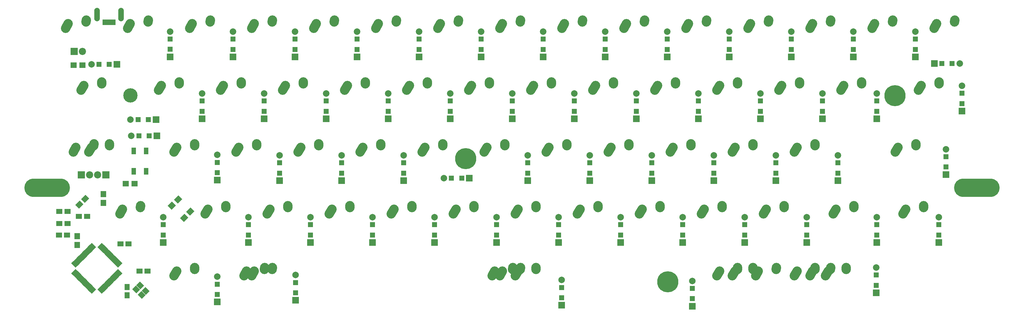
<source format=gbs>
G04 #@! TF.FileFunction,Soldermask,Bot*
%FSLAX46Y46*%
G04 Gerber Fmt 4.6, Leading zero omitted, Abs format (unit mm)*
G04 Created by KiCad (PCBNEW 4.0.5+dfsg1-4) date Mon May  8 00:20:08 2017*
%MOMM*%
%LPD*%
G01*
G04 APERTURE LIST*
%ADD10C,0.100000*%
%ADD11R,1.900000X1.650000*%
%ADD12R,1.650000X1.900000*%
%ADD13R,1.600000X1.600000*%
%ADD14R,2.000000X2.000000*%
%ADD15C,2.000000*%
%ADD16R,0.900000X1.800000*%
%ADD17O,1.700000X4.200000*%
%ADD18R,1.900000X1.700000*%
%ADD19R,1.700000X1.900000*%
%ADD20R,1.400000X2.100000*%
%ADD21C,2.900000*%
%ADD22O,14.000000X5.600000*%
%ADD23C,4.400000*%
%ADD24C,6.500000*%
%ADD25R,2.200000X2.200000*%
%ADD26C,2.200000*%
G04 APERTURE END LIST*
D10*
G36*
X83537958Y-170633437D02*
X84209709Y-171305188D01*
X82866206Y-172648691D01*
X82194455Y-171976940D01*
X83537958Y-170633437D01*
X83537958Y-170633437D01*
G37*
G36*
X84103643Y-171199123D02*
X84775394Y-171870874D01*
X83431891Y-173214377D01*
X82760140Y-172542626D01*
X84103643Y-171199123D01*
X84103643Y-171199123D01*
G37*
G36*
X84669328Y-171764808D02*
X85341079Y-172436559D01*
X83997576Y-173780062D01*
X83325825Y-173108311D01*
X84669328Y-171764808D01*
X84669328Y-171764808D01*
G37*
G36*
X85235014Y-172330493D02*
X85906765Y-173002244D01*
X84563262Y-174345747D01*
X83891511Y-173673996D01*
X85235014Y-172330493D01*
X85235014Y-172330493D01*
G37*
G36*
X85800699Y-172896179D02*
X86472450Y-173567930D01*
X85128947Y-174911433D01*
X84457196Y-174239682D01*
X85800699Y-172896179D01*
X85800699Y-172896179D01*
G37*
G36*
X86366385Y-173461864D02*
X87038136Y-174133615D01*
X85694633Y-175477118D01*
X85022882Y-174805367D01*
X86366385Y-173461864D01*
X86366385Y-173461864D01*
G37*
G36*
X86932070Y-174027550D02*
X87603821Y-174699301D01*
X86260318Y-176042804D01*
X85588567Y-175371053D01*
X86932070Y-174027550D01*
X86932070Y-174027550D01*
G37*
G36*
X87497756Y-174593235D02*
X88169507Y-175264986D01*
X86826004Y-176608489D01*
X86154253Y-175936738D01*
X87497756Y-174593235D01*
X87497756Y-174593235D01*
G37*
G36*
X88063441Y-175158921D02*
X88735192Y-175830672D01*
X87391689Y-177174175D01*
X86719938Y-176502424D01*
X88063441Y-175158921D01*
X88063441Y-175158921D01*
G37*
G36*
X88629126Y-175724606D02*
X89300877Y-176396357D01*
X87957374Y-177739860D01*
X87285623Y-177068109D01*
X88629126Y-175724606D01*
X88629126Y-175724606D01*
G37*
G36*
X89194812Y-176290291D02*
X89866563Y-176962042D01*
X88523060Y-178305545D01*
X87851309Y-177633794D01*
X89194812Y-176290291D01*
X89194812Y-176290291D01*
G37*
G36*
X89866563Y-180037958D02*
X89194812Y-180709709D01*
X87851309Y-179366206D01*
X88523060Y-178694455D01*
X89866563Y-180037958D01*
X89866563Y-180037958D01*
G37*
G36*
X89300877Y-180603643D02*
X88629126Y-181275394D01*
X87285623Y-179931891D01*
X87957374Y-179260140D01*
X89300877Y-180603643D01*
X89300877Y-180603643D01*
G37*
G36*
X88735192Y-181169328D02*
X88063441Y-181841079D01*
X86719938Y-180497576D01*
X87391689Y-179825825D01*
X88735192Y-181169328D01*
X88735192Y-181169328D01*
G37*
G36*
X88169507Y-181735014D02*
X87497756Y-182406765D01*
X86154253Y-181063262D01*
X86826004Y-180391511D01*
X88169507Y-181735014D01*
X88169507Y-181735014D01*
G37*
G36*
X87603821Y-182300699D02*
X86932070Y-182972450D01*
X85588567Y-181628947D01*
X86260318Y-180957196D01*
X87603821Y-182300699D01*
X87603821Y-182300699D01*
G37*
G36*
X87038136Y-182866385D02*
X86366385Y-183538136D01*
X85022882Y-182194633D01*
X85694633Y-181522882D01*
X87038136Y-182866385D01*
X87038136Y-182866385D01*
G37*
G36*
X86472450Y-183432070D02*
X85800699Y-184103821D01*
X84457196Y-182760318D01*
X85128947Y-182088567D01*
X86472450Y-183432070D01*
X86472450Y-183432070D01*
G37*
G36*
X85906765Y-183997756D02*
X85235014Y-184669507D01*
X83891511Y-183326004D01*
X84563262Y-182654253D01*
X85906765Y-183997756D01*
X85906765Y-183997756D01*
G37*
G36*
X85341079Y-184563441D02*
X84669328Y-185235192D01*
X83325825Y-183891689D01*
X83997576Y-183219938D01*
X85341079Y-184563441D01*
X85341079Y-184563441D01*
G37*
G36*
X84775394Y-185129126D02*
X84103643Y-185800877D01*
X82760140Y-184457374D01*
X83431891Y-183785623D01*
X84775394Y-185129126D01*
X84775394Y-185129126D01*
G37*
G36*
X84209709Y-185694812D02*
X83537958Y-186366563D01*
X82194455Y-185023060D01*
X82866206Y-184351309D01*
X84209709Y-185694812D01*
X84209709Y-185694812D01*
G37*
G36*
X81133794Y-184351309D02*
X81805545Y-185023060D01*
X80462042Y-186366563D01*
X79790291Y-185694812D01*
X81133794Y-184351309D01*
X81133794Y-184351309D01*
G37*
G36*
X80568109Y-183785623D02*
X81239860Y-184457374D01*
X79896357Y-185800877D01*
X79224606Y-185129126D01*
X80568109Y-183785623D01*
X80568109Y-183785623D01*
G37*
G36*
X80002424Y-183219938D02*
X80674175Y-183891689D01*
X79330672Y-185235192D01*
X78658921Y-184563441D01*
X80002424Y-183219938D01*
X80002424Y-183219938D01*
G37*
G36*
X79436738Y-182654253D02*
X80108489Y-183326004D01*
X78764986Y-184669507D01*
X78093235Y-183997756D01*
X79436738Y-182654253D01*
X79436738Y-182654253D01*
G37*
G36*
X78871053Y-182088567D02*
X79542804Y-182760318D01*
X78199301Y-184103821D01*
X77527550Y-183432070D01*
X78871053Y-182088567D01*
X78871053Y-182088567D01*
G37*
G36*
X78305367Y-181522882D02*
X78977118Y-182194633D01*
X77633615Y-183538136D01*
X76961864Y-182866385D01*
X78305367Y-181522882D01*
X78305367Y-181522882D01*
G37*
G36*
X77739682Y-180957196D02*
X78411433Y-181628947D01*
X77067930Y-182972450D01*
X76396179Y-182300699D01*
X77739682Y-180957196D01*
X77739682Y-180957196D01*
G37*
G36*
X77173996Y-180391511D02*
X77845747Y-181063262D01*
X76502244Y-182406765D01*
X75830493Y-181735014D01*
X77173996Y-180391511D01*
X77173996Y-180391511D01*
G37*
G36*
X76608311Y-179825825D02*
X77280062Y-180497576D01*
X75936559Y-181841079D01*
X75264808Y-181169328D01*
X76608311Y-179825825D01*
X76608311Y-179825825D01*
G37*
G36*
X76042626Y-179260140D02*
X76714377Y-179931891D01*
X75370874Y-181275394D01*
X74699123Y-180603643D01*
X76042626Y-179260140D01*
X76042626Y-179260140D01*
G37*
G36*
X75476940Y-178694455D02*
X76148691Y-179366206D01*
X74805188Y-180709709D01*
X74133437Y-180037958D01*
X75476940Y-178694455D01*
X75476940Y-178694455D01*
G37*
G36*
X76148691Y-177633794D02*
X75476940Y-178305545D01*
X74133437Y-176962042D01*
X74805188Y-176290291D01*
X76148691Y-177633794D01*
X76148691Y-177633794D01*
G37*
G36*
X76714377Y-177068109D02*
X76042626Y-177739860D01*
X74699123Y-176396357D01*
X75370874Y-175724606D01*
X76714377Y-177068109D01*
X76714377Y-177068109D01*
G37*
G36*
X77280062Y-176502424D02*
X76608311Y-177174175D01*
X75264808Y-175830672D01*
X75936559Y-175158921D01*
X77280062Y-176502424D01*
X77280062Y-176502424D01*
G37*
G36*
X77845747Y-175936738D02*
X77173996Y-176608489D01*
X75830493Y-175264986D01*
X76502244Y-174593235D01*
X77845747Y-175936738D01*
X77845747Y-175936738D01*
G37*
G36*
X78411433Y-175371053D02*
X77739682Y-176042804D01*
X76396179Y-174699301D01*
X77067930Y-174027550D01*
X78411433Y-175371053D01*
X78411433Y-175371053D01*
G37*
G36*
X78977118Y-174805367D02*
X78305367Y-175477118D01*
X76961864Y-174133615D01*
X77633615Y-173461864D01*
X78977118Y-174805367D01*
X78977118Y-174805367D01*
G37*
G36*
X79542804Y-174239682D02*
X78871053Y-174911433D01*
X77527550Y-173567930D01*
X78199301Y-172896179D01*
X79542804Y-174239682D01*
X79542804Y-174239682D01*
G37*
G36*
X80108489Y-173673996D02*
X79436738Y-174345747D01*
X78093235Y-173002244D01*
X78764986Y-172330493D01*
X80108489Y-173673996D01*
X80108489Y-173673996D01*
G37*
G36*
X80674175Y-173108311D02*
X80002424Y-173780062D01*
X78658921Y-172436559D01*
X79330672Y-171764808D01*
X80674175Y-173108311D01*
X80674175Y-173108311D01*
G37*
G36*
X81239860Y-172542626D02*
X80568109Y-173214377D01*
X79224606Y-171870874D01*
X79896357Y-171199123D01*
X81239860Y-172542626D01*
X81239860Y-172542626D01*
G37*
G36*
X81805545Y-171976940D02*
X81133794Y-172648691D01*
X79790291Y-171305188D01*
X80462042Y-170633437D01*
X81805545Y-171976940D01*
X81805545Y-171976940D01*
G37*
D11*
X97600000Y-179350000D03*
X95100000Y-179350000D03*
D12*
X91275000Y-186800000D03*
X91275000Y-184300000D03*
D11*
X70375000Y-168325000D03*
X72875000Y-168325000D03*
D10*
G36*
X78472271Y-155861002D02*
X79638998Y-157027729D01*
X78295495Y-158371232D01*
X77128768Y-157204505D01*
X78472271Y-155861002D01*
X78472271Y-155861002D01*
G37*
G36*
X76704505Y-157628768D02*
X77871232Y-158795495D01*
X76527729Y-160138998D01*
X75361002Y-158972271D01*
X76704505Y-157628768D01*
X76704505Y-157628768D01*
G37*
D11*
X70500000Y-161000000D03*
X73000000Y-161000000D03*
X79000000Y-162500000D03*
X76500000Y-162500000D03*
X70500000Y-164750000D03*
X73000000Y-164750000D03*
X89250000Y-171000000D03*
X91750000Y-171000000D03*
D13*
X82675000Y-115750000D03*
X85825000Y-115750000D03*
D14*
X88150000Y-115750000D03*
D15*
X80350000Y-115750000D03*
D13*
X104500000Y-107925000D03*
X104500000Y-111075000D03*
D14*
X104500000Y-113400000D03*
D15*
X104500000Y-105600000D03*
D13*
X123825000Y-107962500D03*
X123825000Y-111112500D03*
D14*
X123825000Y-113437500D03*
D15*
X123825000Y-105637500D03*
D13*
X142875000Y-107962500D03*
X142875000Y-111112500D03*
D14*
X142875000Y-113437500D03*
D15*
X142875000Y-105637500D03*
D13*
X161925000Y-107962500D03*
X161925000Y-111112500D03*
D14*
X161925000Y-113437500D03*
D15*
X161925000Y-105637500D03*
D13*
X180975000Y-107962500D03*
X180975000Y-111112500D03*
D14*
X180975000Y-113437500D03*
D15*
X180975000Y-105637500D03*
D13*
X200025000Y-107962500D03*
X200025000Y-111112500D03*
D14*
X200025000Y-113437500D03*
D15*
X200025000Y-105637500D03*
D13*
X219075000Y-107962500D03*
X219075000Y-111112500D03*
D14*
X219075000Y-113437500D03*
D15*
X219075000Y-105637500D03*
D13*
X238125000Y-107962500D03*
X238125000Y-111112500D03*
D14*
X238125000Y-113437500D03*
D15*
X238125000Y-105637500D03*
D13*
X257175000Y-107962500D03*
X257175000Y-111112500D03*
D14*
X257175000Y-113437500D03*
D15*
X257175000Y-105637500D03*
D13*
X276225000Y-107962500D03*
X276225000Y-111112500D03*
D14*
X276225000Y-113437500D03*
D15*
X276225000Y-105637500D03*
D13*
X295275000Y-107962500D03*
X295275000Y-111112500D03*
D14*
X295275000Y-113437500D03*
D15*
X295275000Y-105637500D03*
D13*
X314325000Y-107962500D03*
X314325000Y-111112500D03*
D14*
X314325000Y-113437500D03*
D15*
X314325000Y-105637500D03*
D13*
X94675000Y-132750000D03*
X97825000Y-132750000D03*
D14*
X100150000Y-132750000D03*
D15*
X92350000Y-132750000D03*
D13*
X114300000Y-127012500D03*
X114300000Y-130162500D03*
D14*
X114300000Y-132487500D03*
D15*
X114300000Y-124687500D03*
D13*
X133350000Y-127012500D03*
X133350000Y-130162500D03*
D14*
X133350000Y-132487500D03*
D15*
X133350000Y-124687500D03*
D13*
X152400000Y-127012500D03*
X152400000Y-130162500D03*
D14*
X152400000Y-132487500D03*
D15*
X152400000Y-124687500D03*
D13*
X171450000Y-127012500D03*
X171450000Y-130162500D03*
D14*
X171450000Y-132487500D03*
D15*
X171450000Y-124687500D03*
D13*
X190500000Y-127012500D03*
X190500000Y-130162500D03*
D14*
X190500000Y-132487500D03*
D15*
X190500000Y-124687500D03*
D13*
X209550000Y-127012500D03*
X209550000Y-130162500D03*
D14*
X209550000Y-132487500D03*
D15*
X209550000Y-124687500D03*
D13*
X228600000Y-127012500D03*
X228600000Y-130162500D03*
D14*
X228600000Y-132487500D03*
D15*
X228600000Y-124687500D03*
D13*
X247650000Y-127012500D03*
X247650000Y-130162500D03*
D14*
X247650000Y-132487500D03*
D15*
X247650000Y-124687500D03*
D13*
X266700000Y-127012500D03*
X266700000Y-130162500D03*
D14*
X266700000Y-132487500D03*
D15*
X266700000Y-124687500D03*
D13*
X285750000Y-127012500D03*
X285750000Y-130162500D03*
D14*
X285750000Y-132487500D03*
D15*
X285750000Y-124687500D03*
D13*
X304800000Y-127012500D03*
X304800000Y-130162500D03*
D14*
X304800000Y-132487500D03*
D15*
X304800000Y-124687500D03*
D13*
X321468750Y-127012500D03*
X321468750Y-130162500D03*
D14*
X321468750Y-132487500D03*
D15*
X321468750Y-124687500D03*
D13*
X94925000Y-137750000D03*
X98075000Y-137750000D03*
D14*
X100400000Y-137750000D03*
D15*
X92600000Y-137750000D03*
D13*
X119000000Y-145925000D03*
X119000000Y-149075000D03*
D14*
X119000000Y-151400000D03*
D15*
X119000000Y-143600000D03*
D13*
X138112500Y-146062500D03*
X138112500Y-149212500D03*
D14*
X138112500Y-151537500D03*
D15*
X138112500Y-143737500D03*
D13*
X157162500Y-146062500D03*
X157162500Y-149212500D03*
D14*
X157162500Y-151537500D03*
D15*
X157162500Y-143737500D03*
D13*
X176212500Y-146062500D03*
X176212500Y-149212500D03*
D14*
X176212500Y-151537500D03*
D15*
X176212500Y-143737500D03*
D13*
X190900000Y-150800000D03*
X194050000Y-150800000D03*
D14*
X196375000Y-150800000D03*
D15*
X188575000Y-150800000D03*
D13*
X214312500Y-146062500D03*
X214312500Y-149212500D03*
D14*
X214312500Y-151537500D03*
D15*
X214312500Y-143737500D03*
D13*
X233362500Y-146062500D03*
X233362500Y-149212500D03*
D14*
X233362500Y-151537500D03*
D15*
X233362500Y-143737500D03*
D13*
X252412500Y-146062500D03*
X252412500Y-149212500D03*
D14*
X252412500Y-151537500D03*
D15*
X252412500Y-143737500D03*
D13*
X271462500Y-146062500D03*
X271462500Y-149212500D03*
D14*
X271462500Y-151537500D03*
D15*
X271462500Y-143737500D03*
D13*
X290512500Y-146062500D03*
X290512500Y-149212500D03*
D14*
X290512500Y-151537500D03*
D15*
X290512500Y-143737500D03*
D13*
X309562500Y-146062500D03*
X309562500Y-149212500D03*
D14*
X309562500Y-151537500D03*
D15*
X309562500Y-143737500D03*
D13*
X342750000Y-144175000D03*
X342750000Y-147325000D03*
D14*
X342750000Y-149650000D03*
D15*
X342750000Y-141850000D03*
D13*
X102393750Y-165112500D03*
X102393750Y-168262500D03*
D14*
X102393750Y-170587500D03*
D15*
X102393750Y-162787500D03*
D13*
X128587500Y-165112500D03*
X128587500Y-168262500D03*
D14*
X128587500Y-170587500D03*
D15*
X128587500Y-162787500D03*
D13*
X147637500Y-165112500D03*
X147637500Y-168262500D03*
D14*
X147637500Y-170587500D03*
D15*
X147637500Y-162787500D03*
D13*
X166687500Y-165112500D03*
X166687500Y-168262500D03*
D14*
X166687500Y-170587500D03*
D15*
X166687500Y-162787500D03*
D13*
X185737500Y-165112500D03*
X185737500Y-168262500D03*
D14*
X185737500Y-170587500D03*
D15*
X185737500Y-162787500D03*
D13*
X204787500Y-165112500D03*
X204787500Y-168262500D03*
D14*
X204787500Y-170587500D03*
D15*
X204787500Y-162787500D03*
D13*
X223837500Y-165112500D03*
X223837500Y-168262500D03*
D14*
X223837500Y-170587500D03*
D15*
X223837500Y-162787500D03*
D13*
X242887500Y-165112500D03*
X242887500Y-168262500D03*
D14*
X242887500Y-170587500D03*
D15*
X242887500Y-162787500D03*
D13*
X261937500Y-165112500D03*
X261937500Y-168262500D03*
D14*
X261937500Y-170587500D03*
D15*
X261937500Y-162787500D03*
D13*
X280987500Y-165112500D03*
X280987500Y-168262500D03*
D14*
X280987500Y-170587500D03*
D15*
X280987500Y-162787500D03*
D13*
X300037500Y-165112500D03*
X300037500Y-168262500D03*
D14*
X300037500Y-170587500D03*
D15*
X300037500Y-162787500D03*
D13*
X321468750Y-165112500D03*
X321468750Y-168262500D03*
D14*
X321468750Y-170587500D03*
D15*
X321468750Y-162787500D03*
D13*
X340518750Y-165112500D03*
X340518750Y-168262500D03*
D14*
X340518750Y-170587500D03*
D15*
X340518750Y-162787500D03*
D13*
X119000000Y-183425000D03*
X119000000Y-186575000D03*
D14*
X119000000Y-188900000D03*
D15*
X119000000Y-181100000D03*
D13*
X143000000Y-182925000D03*
X143000000Y-186075000D03*
D14*
X143000000Y-188400000D03*
D15*
X143000000Y-180600000D03*
D13*
X224750000Y-184425000D03*
X224750000Y-187575000D03*
D14*
X224750000Y-189900000D03*
D15*
X224750000Y-182100000D03*
D13*
X264875000Y-184725000D03*
X264875000Y-187875000D03*
D14*
X264875000Y-190200000D03*
D15*
X264875000Y-182400000D03*
D13*
X321325000Y-180600000D03*
X321325000Y-183750000D03*
D14*
X321325000Y-186075000D03*
D15*
X321325000Y-178275000D03*
D13*
X344650000Y-115475000D03*
X341500000Y-115475000D03*
D14*
X339175000Y-115475000D03*
D15*
X346975000Y-115475000D03*
D13*
X333375000Y-107962500D03*
X333375000Y-111112500D03*
D14*
X333375000Y-113437500D03*
D15*
X333375000Y-105637500D03*
D13*
X347662500Y-124631250D03*
X347662500Y-127781250D03*
D14*
X347662500Y-130106250D03*
D15*
X347662500Y-122306250D03*
D16*
X84150000Y-102750000D03*
X84950000Y-102750000D03*
X85750000Y-102750000D03*
X86550000Y-102750000D03*
X87350000Y-102750000D03*
D17*
X82100000Y-100350000D03*
X89400000Y-100350000D03*
D18*
X90900000Y-152500000D03*
X93600000Y-152500000D03*
D19*
X76000000Y-171350000D03*
X76000000Y-168650000D03*
D10*
G36*
X104974695Y-160477386D02*
X103772614Y-159275305D01*
X105116117Y-157931802D01*
X106318198Y-159133883D01*
X104974695Y-160477386D01*
X104974695Y-160477386D01*
G37*
G36*
X106883883Y-158568198D02*
X105681802Y-157366117D01*
X107025305Y-156022614D01*
X108227386Y-157224695D01*
X106883883Y-158568198D01*
X106883883Y-158568198D01*
G37*
G36*
X110775305Y-159772614D02*
X111977386Y-160974695D01*
X110633883Y-162318198D01*
X109431802Y-161116117D01*
X110775305Y-159772614D01*
X110775305Y-159772614D01*
G37*
G36*
X108866117Y-161681802D02*
X110068198Y-162883883D01*
X108724695Y-164227386D01*
X107522614Y-163025305D01*
X108866117Y-161681802D01*
X108866117Y-161681802D01*
G37*
D20*
X97150000Y-148650000D03*
X97150000Y-142350000D03*
X93350000Y-148650000D03*
X93350000Y-142350000D03*
D21*
X327994203Y-141256296D02*
X327183297Y-142716204D01*
X333533474Y-140176922D02*
X333494026Y-140755578D01*
D22*
X66750000Y-153750000D03*
X352250000Y-153750000D03*
D23*
X92275000Y-125300000D03*
D24*
X327050000Y-125375000D03*
X257325000Y-182725000D03*
X195225000Y-144775000D03*
D10*
G36*
X92898349Y-184931802D02*
X94029720Y-183800431D01*
X95302513Y-185073224D01*
X94171142Y-186204595D01*
X92898349Y-184931802D01*
X92898349Y-184931802D01*
G37*
G36*
X94595405Y-186628858D02*
X95726776Y-185497487D01*
X96999569Y-186770280D01*
X95868198Y-187901651D01*
X94595405Y-186628858D01*
X94595405Y-186628858D01*
G37*
G36*
X94100431Y-183729720D02*
X95231802Y-182598349D01*
X96504595Y-183871142D01*
X95373224Y-185002513D01*
X94100431Y-183729720D01*
X94100431Y-183729720D01*
G37*
G36*
X95797487Y-185426776D02*
X96928858Y-184295405D01*
X98201651Y-185568198D01*
X97070280Y-186699569D01*
X95797487Y-185426776D01*
X95797487Y-185426776D01*
G37*
D25*
X75000000Y-111750000D03*
D26*
X77540000Y-111750000D03*
D25*
X77250000Y-149750000D03*
D26*
X79790000Y-149750000D03*
D18*
X74900000Y-116000000D03*
X77600000Y-116000000D03*
D19*
X84000000Y-158350000D03*
X84000000Y-155650000D03*
D25*
X84750000Y-149750000D03*
D26*
X82210000Y-149750000D03*
D21*
X92250453Y-103156296D02*
X91439547Y-104616204D01*
X97789724Y-102076922D02*
X97750276Y-102655578D01*
X339900453Y-103156296D02*
X339089547Y-104616204D01*
X345439724Y-102076922D02*
X345400276Y-102655578D01*
X301800453Y-179356296D02*
X300989547Y-180816204D01*
X307339724Y-178276922D02*
X307300276Y-178855578D01*
X106537953Y-179356296D02*
X105727047Y-180816204D01*
X112077224Y-178276922D02*
X112037776Y-178855578D01*
X330375453Y-160306296D02*
X329564547Y-161766204D01*
X335914724Y-159226922D02*
X335875276Y-159805578D01*
X287512953Y-160306296D02*
X286702047Y-161766204D01*
X293052224Y-159226922D02*
X293012776Y-159805578D01*
X268462953Y-160306296D02*
X267652047Y-161766204D01*
X274002224Y-159226922D02*
X273962776Y-159805578D01*
X249412953Y-160306296D02*
X248602047Y-161766204D01*
X254952224Y-159226922D02*
X254912776Y-159805578D01*
X230362953Y-160306296D02*
X229552047Y-161766204D01*
X235902224Y-159226922D02*
X235862776Y-159805578D01*
X211312953Y-160306296D02*
X210502047Y-161766204D01*
X216852224Y-159226922D02*
X216812776Y-159805578D01*
X192262953Y-160306296D02*
X191452047Y-161766204D01*
X197802224Y-159226922D02*
X197762776Y-159805578D01*
X173212953Y-160306296D02*
X172402047Y-161766204D01*
X178752224Y-159226922D02*
X178712776Y-159805578D01*
X154162953Y-160306296D02*
X153352047Y-161766204D01*
X159702224Y-159226922D02*
X159662776Y-159805578D01*
X135112953Y-160306296D02*
X134302047Y-161766204D01*
X140652224Y-159226922D02*
X140612776Y-159805578D01*
X116062953Y-160306296D02*
X115252047Y-161766204D01*
X121602224Y-159226922D02*
X121562776Y-159805578D01*
X297037953Y-141256296D02*
X296227047Y-142716204D01*
X302577224Y-140176922D02*
X302537776Y-140755578D01*
X277987953Y-141256296D02*
X277177047Y-142716204D01*
X283527224Y-140176922D02*
X283487776Y-140755578D01*
X258937953Y-141256296D02*
X258127047Y-142716204D01*
X264477224Y-140176922D02*
X264437776Y-140755578D01*
X239887953Y-141256296D02*
X239077047Y-142716204D01*
X245427224Y-140176922D02*
X245387776Y-140755578D01*
X220837953Y-141256296D02*
X220027047Y-142716204D01*
X226377224Y-140176922D02*
X226337776Y-140755578D01*
X201787953Y-141256296D02*
X200977047Y-142716204D01*
X207327224Y-140176922D02*
X207287776Y-140755578D01*
X182737953Y-141256296D02*
X181927047Y-142716204D01*
X188277224Y-140176922D02*
X188237776Y-140755578D01*
X163687953Y-141256296D02*
X162877047Y-142716204D01*
X169227224Y-140176922D02*
X169187776Y-140755578D01*
X144637953Y-141256296D02*
X143827047Y-142716204D01*
X150177224Y-140176922D02*
X150137776Y-140755578D01*
X125587953Y-141256296D02*
X124777047Y-142716204D01*
X131127224Y-140176922D02*
X131087776Y-140755578D01*
X106537953Y-141256296D02*
X105727047Y-142716204D01*
X112077224Y-140176922D02*
X112037776Y-140755578D01*
X311325453Y-122206296D02*
X310514547Y-123666204D01*
X316864724Y-121126922D02*
X316825276Y-121705578D01*
X292275453Y-122206296D02*
X291464547Y-123666204D01*
X297814724Y-121126922D02*
X297775276Y-121705578D01*
X273225453Y-122206296D02*
X272414547Y-123666204D01*
X278764724Y-121126922D02*
X278725276Y-121705578D01*
X254175453Y-122206296D02*
X253364547Y-123666204D01*
X259714724Y-121126922D02*
X259675276Y-121705578D01*
X235125453Y-122206296D02*
X234314547Y-123666204D01*
X240664724Y-121126922D02*
X240625276Y-121705578D01*
X216075453Y-122206296D02*
X215264547Y-123666204D01*
X221614724Y-121126922D02*
X221575276Y-121705578D01*
X197025453Y-122206296D02*
X196214547Y-123666204D01*
X202564724Y-121126922D02*
X202525276Y-121705578D01*
X177975453Y-122206296D02*
X177164547Y-123666204D01*
X183514724Y-121126922D02*
X183475276Y-121705578D01*
X158925453Y-122206296D02*
X158114547Y-123666204D01*
X164464724Y-121126922D02*
X164425276Y-121705578D01*
X139875453Y-122206296D02*
X139064547Y-123666204D01*
X145414724Y-121126922D02*
X145375276Y-121705578D01*
X120825453Y-122206296D02*
X120014547Y-123666204D01*
X126364724Y-121126922D02*
X126325276Y-121705578D01*
X101775453Y-122206296D02*
X100964547Y-123666204D01*
X107314724Y-121126922D02*
X107275276Y-121705578D01*
X301800453Y-103156296D02*
X300989547Y-104616204D01*
X307339724Y-102076922D02*
X307300276Y-102655578D01*
X282750453Y-103156296D02*
X281939547Y-104616204D01*
X288289724Y-102076922D02*
X288250276Y-102655578D01*
X263700453Y-103156296D02*
X262889547Y-104616204D01*
X269239724Y-102076922D02*
X269200276Y-102655578D01*
X244650453Y-103156296D02*
X243839547Y-104616204D01*
X250189724Y-102076922D02*
X250150276Y-102655578D01*
X225600453Y-103156296D02*
X224789547Y-104616204D01*
X231139724Y-102076922D02*
X231100276Y-102655578D01*
X206550453Y-103156296D02*
X205739547Y-104616204D01*
X212089724Y-102076922D02*
X212050276Y-102655578D01*
X187500453Y-103156296D02*
X186689547Y-104616204D01*
X193039724Y-102076922D02*
X193000276Y-102655578D01*
X168450453Y-103156296D02*
X167639547Y-104616204D01*
X173989724Y-102076922D02*
X173950276Y-102655578D01*
X149400453Y-103156296D02*
X148589547Y-104616204D01*
X154939724Y-102076922D02*
X154900276Y-102655578D01*
X130350453Y-103156296D02*
X129539547Y-104616204D01*
X135889724Y-102076922D02*
X135850276Y-102655578D01*
X111300453Y-103156296D02*
X110489547Y-104616204D01*
X116839724Y-102076922D02*
X116800276Y-102655578D01*
X73200453Y-103156296D02*
X72389547Y-104616204D01*
X78739724Y-102076922D02*
X78700276Y-102655578D01*
X320850453Y-103156296D02*
X320039547Y-104616204D01*
X326389724Y-102076922D02*
X326350276Y-102655578D01*
X75581703Y-141256296D02*
X74770797Y-142716204D01*
X81120974Y-140176922D02*
X81081526Y-140755578D01*
X127969203Y-179356296D02*
X127158297Y-180816204D01*
X133508474Y-178276922D02*
X133469026Y-178855578D01*
X285131703Y-179356296D02*
X284320797Y-180816204D01*
X290670974Y-178276922D02*
X290631526Y-178855578D01*
X306562953Y-179356296D02*
X305752047Y-180816204D01*
X312102224Y-178276922D02*
X312062776Y-178855578D01*
X297037953Y-179356296D02*
X296227047Y-180816204D01*
X302577224Y-178276922D02*
X302537776Y-178855578D01*
X77962953Y-122206296D02*
X77152047Y-123666204D01*
X83502224Y-121126922D02*
X83462776Y-121705578D01*
X130350453Y-179356296D02*
X129539547Y-180816204D01*
X135889724Y-178276922D02*
X135850276Y-178855578D01*
X277987953Y-179356296D02*
X277177047Y-180816204D01*
X283527224Y-178276922D02*
X283487776Y-178855578D01*
X335137953Y-122206296D02*
X334327047Y-123666204D01*
X340677224Y-121126922D02*
X340637776Y-121705578D01*
X273225453Y-179356296D02*
X272414547Y-180816204D01*
X278764724Y-178276922D02*
X278725276Y-178855578D01*
X89869203Y-160306296D02*
X89058297Y-161766204D01*
X95408474Y-159226922D02*
X95369026Y-159805578D01*
X80344203Y-141256296D02*
X79533297Y-142716204D01*
X85883474Y-140176922D02*
X85844026Y-140755578D01*
X211312953Y-179356296D02*
X210502047Y-180816204D01*
X216852224Y-178276922D02*
X216812776Y-178855578D01*
X308944203Y-160306296D02*
X308133297Y-161766204D01*
X314483474Y-159226922D02*
X314444026Y-159805578D01*
X204169203Y-179356296D02*
X203358297Y-180816204D01*
X209708474Y-178276922D02*
X209669026Y-178855578D01*
X206550453Y-179356296D02*
X205739547Y-180816204D01*
X212089724Y-178276922D02*
X212050276Y-178855578D01*
M02*

</source>
